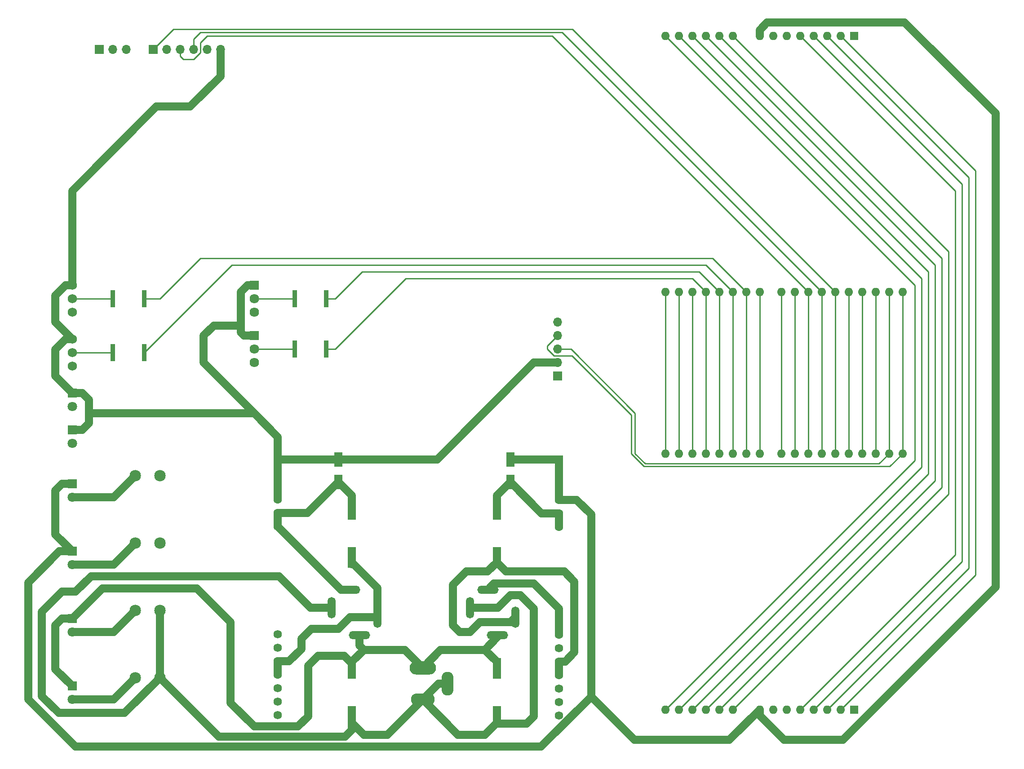
<source format=gtl>
G04 #@! TF.GenerationSoftware,KiCad,Pcbnew,7.0.9*
G04 #@! TF.CreationDate,2024-03-05T13:31:22-05:00*
G04 #@! TF.ProjectId,sleep_rig_pcb,736c6565-705f-4726-9967-5f7063622e6b,rev?*
G04 #@! TF.SameCoordinates,Original*
G04 #@! TF.FileFunction,Copper,L1,Top*
G04 #@! TF.FilePolarity,Positive*
%FSLAX46Y46*%
G04 Gerber Fmt 4.6, Leading zero omitted, Abs format (unit mm)*
G04 Created by KiCad (PCBNEW 7.0.9) date 2024-03-05 13:31:22*
%MOMM*%
%LPD*%
G01*
G04 APERTURE LIST*
G04 #@! TA.AperFunction,SMDPad,CuDef*
%ADD10R,1.600000X2.800000*%
G04 #@! TD*
G04 #@! TA.AperFunction,SMDPad,CuDef*
%ADD11R,1.498600X3.911600*%
G04 #@! TD*
G04 #@! TA.AperFunction,ComponentPad*
%ADD12R,1.590000X1.590000*%
G04 #@! TD*
G04 #@! TA.AperFunction,ComponentPad*
%ADD13C,1.590000*%
G04 #@! TD*
G04 #@! TA.AperFunction,ComponentPad*
%ADD14C,2.159000*%
G04 #@! TD*
G04 #@! TA.AperFunction,ComponentPad*
%ADD15R,1.800000X1.800000*%
G04 #@! TD*
G04 #@! TA.AperFunction,ComponentPad*
%ADD16C,1.800000*%
G04 #@! TD*
G04 #@! TA.AperFunction,SMDPad,CuDef*
%ADD17R,0.914400X3.251200*%
G04 #@! TD*
G04 #@! TA.AperFunction,ComponentPad*
%ADD18C,1.727200*%
G04 #@! TD*
G04 #@! TA.AperFunction,ComponentPad*
%ADD19R,1.785000X1.785000*%
G04 #@! TD*
G04 #@! TA.AperFunction,ComponentPad*
%ADD20C,1.785000*%
G04 #@! TD*
G04 #@! TA.AperFunction,ComponentPad*
%ADD21R,1.700000X1.700000*%
G04 #@! TD*
G04 #@! TA.AperFunction,ComponentPad*
%ADD22O,1.700000X1.700000*%
G04 #@! TD*
G04 #@! TA.AperFunction,SMDPad,CuDef*
%ADD23O,4.013200X1.498600*%
G04 #@! TD*
G04 #@! TA.AperFunction,SMDPad,CuDef*
%ADD24O,1.498600X4.013200*%
G04 #@! TD*
G04 #@! TA.AperFunction,ComponentPad*
%ADD25R,1.600000X1.600000*%
G04 #@! TD*
G04 #@! TA.AperFunction,ComponentPad*
%ADD26O,1.600000X1.600000*%
G04 #@! TD*
G04 #@! TA.AperFunction,ComponentPad*
%ADD27O,5.000000X2.500000*%
G04 #@! TD*
G04 #@! TA.AperFunction,ComponentPad*
%ADD28O,4.500000X2.250000*%
G04 #@! TD*
G04 #@! TA.AperFunction,ComponentPad*
%ADD29O,2.250000X4.500000*%
G04 #@! TD*
G04 #@! TA.AperFunction,Conductor*
%ADD30C,1.500000*%
G04 #@! TD*
G04 #@! TA.AperFunction,Conductor*
%ADD31C,0.250000*%
G04 #@! TD*
G04 APERTURE END LIST*
D10*
X110490000Y-106485000D03*
X110490000Y-110785000D03*
D11*
X80645000Y-145855000D03*
X80645000Y-154948200D03*
D12*
X119650000Y-106485000D03*
D13*
X119650000Y-109025000D03*
X119650000Y-111565000D03*
X119650000Y-114105000D03*
X119650000Y-116645000D03*
X119650000Y-119185000D03*
X119650000Y-139505000D03*
X119650000Y-142045000D03*
X119650000Y-144585000D03*
X119650000Y-147125000D03*
X119650000Y-149665000D03*
X119650000Y-152205000D03*
X119650000Y-154745000D03*
D14*
X44450000Y-109539999D03*
X39849999Y-109539999D03*
D15*
X27940000Y-123825000D03*
D16*
X27940000Y-126365000D03*
D17*
X41503600Y-86360000D03*
X35560000Y-86360000D03*
D14*
X44450000Y-134939999D03*
X39849999Y-134939999D03*
D11*
X80645000Y-125001600D03*
X80645000Y-115908400D03*
D17*
X75793600Y-85725000D03*
X69850000Y-85725000D03*
D18*
X27940000Y-83820000D03*
X27940000Y-86360000D03*
X27940000Y-88900000D03*
X27940000Y-73660000D03*
X27940000Y-76200000D03*
X27940000Y-78740000D03*
D15*
X27940000Y-149225000D03*
D16*
X27940000Y-151765000D03*
D19*
X62230000Y-83185000D03*
D20*
X62230000Y-85725000D03*
X62230000Y-88265000D03*
D21*
X33020000Y-29210000D03*
D22*
X35560000Y-29210000D03*
X38100000Y-29210000D03*
D15*
X27940000Y-100965000D03*
D16*
X27940000Y-103505000D03*
D11*
X107950000Y-145855000D03*
X107950000Y-154948200D03*
D17*
X41503600Y-76200000D03*
X35560000Y-76200000D03*
D23*
X82065622Y-139635810D03*
D24*
X85445600Y-136261420D03*
D23*
X80214978Y-131050610D03*
D24*
X76835000Y-134425000D03*
D14*
X44450000Y-122239999D03*
X39849999Y-122239999D03*
D25*
X175260000Y-153670000D03*
D26*
X172720000Y-153670000D03*
X170180000Y-153670000D03*
X167640000Y-153670000D03*
X165100000Y-153670000D03*
X162560000Y-153670000D03*
X160020000Y-153670000D03*
X157480000Y-153670000D03*
X152400000Y-153670000D03*
X149860000Y-153670000D03*
X147320000Y-153670000D03*
X144780000Y-153670000D03*
X142240000Y-153670000D03*
X139700000Y-153670000D03*
X139700000Y-105410000D03*
X142240000Y-105410000D03*
X144780000Y-105410000D03*
X147320000Y-105410000D03*
X149860000Y-105410000D03*
X152400000Y-105410000D03*
X154940000Y-105410000D03*
X157480000Y-105410000D03*
X161540000Y-105410000D03*
X164080000Y-105410000D03*
X166620000Y-105410000D03*
X169160000Y-105410000D03*
X171700000Y-105410000D03*
X174240000Y-105410000D03*
X176780000Y-105410000D03*
X179320000Y-105410000D03*
X181860000Y-105410000D03*
X184400000Y-105410000D03*
D14*
X44450000Y-147639999D03*
X39849999Y-147639999D03*
D11*
X107950000Y-125001600D03*
X107950000Y-115908400D03*
D21*
X43180000Y-29210000D03*
D22*
X45720000Y-29210000D03*
X48260000Y-29210000D03*
X50800000Y-29210000D03*
X53340000Y-29210000D03*
X55880000Y-29210000D03*
D12*
X66691000Y-106455500D03*
D13*
X66691000Y-108995500D03*
X66691000Y-111535500D03*
X66691000Y-114075500D03*
X66691000Y-116615500D03*
X66691000Y-119155500D03*
X66691000Y-139475500D03*
X66691000Y-142015500D03*
X66691000Y-144555500D03*
X66691000Y-147095500D03*
X66691000Y-149635500D03*
X66691000Y-152175500D03*
X66691000Y-154715500D03*
D15*
X27940000Y-93980000D03*
D16*
X27940000Y-96520000D03*
D25*
X175260000Y-26670000D03*
D26*
X172720000Y-26670000D03*
X170180000Y-26670000D03*
X167640000Y-26670000D03*
X165100000Y-26670000D03*
X162560000Y-26670000D03*
X160020000Y-26670000D03*
X157480000Y-26670000D03*
X152400000Y-26670000D03*
X149860000Y-26670000D03*
X147320000Y-26670000D03*
X144780000Y-26670000D03*
X142240000Y-26670000D03*
X139700000Y-26670000D03*
X139700000Y-74930000D03*
X142240000Y-74930000D03*
X144780000Y-74930000D03*
X147320000Y-74930000D03*
X149860000Y-74930000D03*
X152400000Y-74930000D03*
X154940000Y-74930000D03*
X157480000Y-74930000D03*
X161540000Y-74930000D03*
X164080000Y-74930000D03*
X166620000Y-74930000D03*
X169160000Y-74930000D03*
X171700000Y-74930000D03*
X174240000Y-74930000D03*
X176780000Y-74930000D03*
X179320000Y-74930000D03*
X181860000Y-74930000D03*
X184400000Y-74930000D03*
D17*
X75793600Y-76200000D03*
X69850000Y-76200000D03*
D15*
X27940000Y-136525000D03*
D16*
X27940000Y-139065000D03*
D10*
X78105000Y-106485000D03*
X78105000Y-110785000D03*
D27*
X93980000Y-145765000D03*
D28*
X93980000Y-151765000D03*
D29*
X98680000Y-148765000D03*
D15*
X27940000Y-111125000D03*
D16*
X27940000Y-113665000D03*
D23*
X108100622Y-139635810D03*
D24*
X111480600Y-136261420D03*
D23*
X106249978Y-131050610D03*
D24*
X102870000Y-134425000D03*
D21*
X119380000Y-90805000D03*
D22*
X119380000Y-88265000D03*
X119380000Y-85725000D03*
X119380000Y-83185000D03*
X119380000Y-80645000D03*
D19*
X62230000Y-73660000D03*
D20*
X62230000Y-76200000D03*
X62230000Y-78740000D03*
D30*
X52705000Y-83185000D02*
X54610000Y-81280000D01*
X54610000Y-81280000D02*
X59690000Y-81280000D01*
X52705000Y-88265000D02*
X52705000Y-83185000D01*
X62230000Y-97790000D02*
X52705000Y-88265000D01*
X52705000Y-97790000D02*
X62230000Y-97790000D01*
X73025000Y-138430000D02*
X71120000Y-140335000D01*
X71120000Y-140335000D02*
X71120000Y-142240000D01*
X31115000Y-97790000D02*
X52705000Y-97790000D01*
D31*
X198120000Y-52070000D02*
X172720000Y-26670000D01*
X198120000Y-128270000D02*
X198120000Y-52070000D01*
X172720000Y-153670000D02*
X198120000Y-128270000D01*
X170180000Y-153670000D02*
X196850000Y-127000000D01*
X196850000Y-53340000D02*
X170180000Y-26670000D01*
X196850000Y-127000000D02*
X196850000Y-53340000D01*
X167640000Y-26670000D02*
X195580000Y-54610000D01*
X195580000Y-54610000D02*
X195580000Y-125730000D01*
X195580000Y-125730000D02*
X167640000Y-153670000D01*
X165100000Y-153670000D02*
X194310000Y-124460000D01*
X194310000Y-55880000D02*
X165100000Y-26670000D01*
X194310000Y-124460000D02*
X194310000Y-55880000D01*
D30*
X119650000Y-134636000D02*
X119650000Y-139505000D01*
X78586110Y-131050610D02*
X80214978Y-131050610D01*
X66691000Y-116615500D02*
X66691000Y-119155500D01*
X114935000Y-129921000D02*
X119650000Y-134636000D01*
X66691000Y-116615500D02*
X72274500Y-116615500D01*
X107379588Y-129921000D02*
X114935000Y-129921000D01*
X80645000Y-113325000D02*
X80645000Y-115908400D01*
X107950000Y-113325000D02*
X107950000Y-115908400D01*
X72274500Y-116615500D02*
X78105000Y-110785000D01*
X116350000Y-116645000D02*
X119650000Y-116645000D01*
X110490000Y-110785000D02*
X107950000Y-113325000D01*
X66691000Y-119155500D02*
X78586110Y-131050610D01*
X119650000Y-119185000D02*
X119650000Y-116645000D01*
D31*
X176780000Y-74930000D02*
X176780000Y-105410000D01*
D30*
X106249978Y-131050610D02*
X107379588Y-129921000D01*
X110490000Y-110785000D02*
X116350000Y-116645000D01*
X78105000Y-110785000D02*
X80645000Y-113325000D01*
D31*
X193040000Y-113030000D02*
X152400000Y-153670000D01*
X193040000Y-67310000D02*
X193040000Y-113030000D01*
X152400000Y-26670000D02*
X193040000Y-67310000D01*
X149860000Y-153670000D02*
X191770000Y-111760000D01*
X191770000Y-68580000D02*
X149860000Y-26670000D01*
X191770000Y-111760000D02*
X191770000Y-68580000D01*
X190500000Y-110490000D02*
X147320000Y-153670000D01*
X147320000Y-26670000D02*
X190500000Y-69850000D01*
X190500000Y-69850000D02*
X190500000Y-110490000D01*
X189230000Y-71120000D02*
X144780000Y-26670000D01*
X189230000Y-109220000D02*
X189230000Y-71120000D01*
X144780000Y-153670000D02*
X189230000Y-109220000D01*
X187960000Y-72390000D02*
X187960000Y-107950000D01*
X142240000Y-26670000D02*
X187960000Y-72390000D01*
X187960000Y-107950000D02*
X142240000Y-153670000D01*
X139700000Y-153670000D02*
X186690000Y-106680000D01*
X186690000Y-73660000D02*
X139700000Y-26670000D01*
X186690000Y-106680000D02*
X186690000Y-73660000D01*
X139700000Y-74930000D02*
X139700000Y-105410000D01*
X142240000Y-74930000D02*
X142240000Y-105410000D01*
X144780000Y-74930000D02*
X144780000Y-105410000D01*
X75793600Y-85725000D02*
X77470000Y-85725000D01*
X144780000Y-72390000D02*
X147320000Y-74930000D01*
X77470000Y-85725000D02*
X90805000Y-72390000D01*
X147320000Y-74930000D02*
X147320000Y-105410000D01*
X90805000Y-72390000D02*
X144780000Y-72390000D01*
X77470000Y-76200000D02*
X82550000Y-71120000D01*
X146050000Y-71120000D02*
X149860000Y-74930000D01*
X83185000Y-71120000D02*
X146050000Y-71120000D01*
X149860000Y-74930000D02*
X149860000Y-105410000D01*
X82550000Y-71120000D02*
X83185000Y-71120000D01*
X75793600Y-76200000D02*
X77470000Y-76200000D01*
X147320000Y-69850000D02*
X152400000Y-74930000D01*
X152400000Y-74930000D02*
X152400000Y-105410000D01*
X41503600Y-86360000D02*
X58013600Y-69850000D01*
X58013600Y-69850000D02*
X147320000Y-69850000D01*
X148590000Y-68580000D02*
X154940000Y-74930000D01*
X52070000Y-68580000D02*
X148590000Y-68580000D01*
X44450000Y-76200000D02*
X52070000Y-68580000D01*
X41503600Y-76200000D02*
X44450000Y-76200000D01*
X154940000Y-74930000D02*
X154940000Y-105410000D01*
X157480000Y-74930000D02*
X157480000Y-105410000D01*
X161540000Y-74930000D02*
X161540000Y-105410000D01*
X164080000Y-74930000D02*
X164080000Y-105410000D01*
X50800000Y-31115000D02*
X48895000Y-31115000D01*
X48895000Y-31115000D02*
X48260000Y-30480000D01*
X53340000Y-26670000D02*
X52070000Y-27940000D01*
X166620000Y-74930000D02*
X118360000Y-26670000D01*
X52070000Y-29845000D02*
X50800000Y-31115000D01*
X52070000Y-27940000D02*
X52070000Y-29845000D01*
X118360000Y-26670000D02*
X53340000Y-26670000D01*
X166620000Y-74930000D02*
X166620000Y-105410000D01*
X48260000Y-30480000D02*
X48260000Y-29210000D01*
X169160000Y-74930000D02*
X120265000Y-26035000D01*
X120265000Y-26035000D02*
X52070000Y-26035000D01*
X169160000Y-74930000D02*
X169160000Y-105410000D01*
X50800000Y-27305000D02*
X50800000Y-29210000D01*
X52070000Y-26035000D02*
X50800000Y-27305000D01*
X122170000Y-25400000D02*
X171700000Y-74930000D01*
X46990000Y-25400000D02*
X122170000Y-25400000D01*
X43180000Y-29210000D02*
X46990000Y-25400000D01*
X171700000Y-74930000D02*
X171700000Y-105410000D01*
X174240000Y-74930000D02*
X174240000Y-105410000D01*
X179320000Y-74930000D02*
X179320000Y-105410000D01*
X133985000Y-105410000D02*
X135890000Y-107315000D01*
X121920000Y-85725000D02*
X133985000Y-97790000D01*
X133985000Y-97790000D02*
X133985000Y-105410000D01*
X119380000Y-85725000D02*
X121920000Y-85725000D01*
X135890000Y-107315000D02*
X179955000Y-107315000D01*
X179955000Y-107315000D02*
X181860000Y-105410000D01*
X181860000Y-74930000D02*
X181860000Y-105410000D01*
X135682894Y-107815000D02*
X133313947Y-105446053D01*
X117475000Y-85090000D02*
X119380000Y-83185000D01*
X184400000Y-105410000D02*
X181995000Y-107815000D01*
X118745000Y-86995000D02*
X117475000Y-85725000D01*
X117475000Y-85725000D02*
X117475000Y-85090000D01*
X133313947Y-105446053D02*
X133313947Y-98157741D01*
X184400000Y-74930000D02*
X184400000Y-105410000D01*
X133313947Y-98157741D02*
X122151206Y-86995000D01*
X181995000Y-107815000D02*
X135682894Y-107815000D01*
X122151206Y-86995000D02*
X118745000Y-86995000D01*
D30*
X33655000Y-130810000D02*
X51435000Y-130810000D01*
X93980000Y-145765000D02*
X90614200Y-142399200D01*
X82065622Y-139635810D02*
X82065622Y-141570522D01*
X80645000Y-144946740D02*
X80645000Y-145855000D01*
X51435000Y-130810000D02*
X57785000Y-137160000D01*
X90614200Y-142399200D02*
X82894300Y-142399200D01*
X105700700Y-142399200D02*
X107950000Y-144648500D01*
X82894300Y-142399200D02*
X80645000Y-144648500D01*
X24765000Y-137795000D02*
X26035000Y-136525000D01*
X57785000Y-152400000D02*
X62230000Y-156845000D01*
X93980000Y-145765000D02*
X97345800Y-142399200D01*
X108100622Y-139999278D02*
X105700700Y-142399200D01*
X26035000Y-136525000D02*
X27940000Y-136525000D01*
X82065622Y-141570522D02*
X82894300Y-142399200D01*
X70485000Y-156845000D02*
X72390000Y-154940000D01*
X107950000Y-144648500D02*
X107950000Y-145855000D01*
X24765000Y-146050000D02*
X24765000Y-137795000D01*
X74295000Y-143510000D02*
X79208260Y-143510000D01*
X79208260Y-143510000D02*
X80645000Y-144946740D01*
X27940000Y-136525000D02*
X33655000Y-130810000D01*
X72390000Y-154940000D02*
X72390000Y-145415000D01*
X72390000Y-145415000D02*
X74295000Y-143510000D01*
X62230000Y-156845000D02*
X70485000Y-156845000D01*
X27940000Y-149225000D02*
X24765000Y-146050000D01*
X97345800Y-142399200D02*
X105700700Y-142399200D01*
X57785000Y-137160000D02*
X57785000Y-152400000D01*
X80645000Y-144648500D02*
X80645000Y-145855000D01*
X108100622Y-139635810D02*
X108100622Y-139999278D01*
X22225000Y-135255000D02*
X22225000Y-151130000D01*
X44450000Y-147639999D02*
X55560001Y-158750000D01*
X108145000Y-134425000D02*
X102870000Y-134425000D01*
X80645000Y-157480000D02*
X80645000Y-154948200D01*
X105700700Y-158404000D02*
X107950000Y-156154700D01*
X93980000Y-151765000D02*
X87341000Y-158404000D01*
X108141200Y-156345900D02*
X113529100Y-156345900D01*
X107950000Y-156154700D02*
X108141200Y-156345900D01*
X114935000Y-134620000D02*
X112395000Y-132080000D01*
X107950000Y-156154700D02*
X107950000Y-154948200D01*
X98680000Y-148765000D02*
X96980000Y-148765000D01*
X28575000Y-131445000D02*
X26035000Y-131445000D01*
X26035000Y-131445000D02*
X22225000Y-135255000D01*
X113529100Y-156345900D02*
X114935000Y-154940000D01*
X93980000Y-151765000D02*
X100619000Y-158404000D01*
X80645000Y-156154700D02*
X80645000Y-154948200D01*
X79375000Y-158750000D02*
X80645000Y-157480000D01*
X80645000Y-154948200D02*
X80645000Y-155856460D01*
X72830000Y-134425000D02*
X66929000Y-128524000D01*
X112395000Y-132080000D02*
X110490000Y-132080000D01*
X31496000Y-128524000D02*
X28575000Y-131445000D01*
X25400000Y-154305000D02*
X37784999Y-154305000D01*
X114935000Y-154940000D02*
X114935000Y-134620000D01*
X55560001Y-158750000D02*
X79375000Y-158750000D01*
X66929000Y-128524000D02*
X31496000Y-128524000D01*
X44450000Y-134939999D02*
X44450000Y-147639999D01*
X37784999Y-154305000D02*
X44450000Y-147639999D01*
X22225000Y-151130000D02*
X25400000Y-154305000D01*
X87341000Y-158404000D02*
X82894300Y-158404000D01*
X110490000Y-132080000D02*
X108145000Y-134425000D01*
X76835000Y-134425000D02*
X72830000Y-134425000D01*
X82894300Y-158404000D02*
X80645000Y-156154700D01*
X100619000Y-158404000D02*
X105700700Y-158404000D01*
X96980000Y-148765000D02*
X93980000Y-151765000D01*
X39849999Y-122239999D02*
X35724998Y-126365000D01*
X35724998Y-126365000D02*
X27940000Y-126365000D01*
X66720500Y-106485000D02*
X66691000Y-106455500D01*
X24765000Y-75613686D02*
X26718686Y-73660000D01*
X59690000Y-74930000D02*
X60960000Y-73660000D01*
X24765000Y-90805000D02*
X27940000Y-93980000D01*
X31115000Y-99695000D02*
X31115000Y-97790000D01*
X50165000Y-40005000D02*
X55880000Y-34290000D01*
X27940000Y-73660000D02*
X27940000Y-55880000D01*
X31115000Y-95250000D02*
X29845000Y-93980000D01*
X66691000Y-108995500D02*
X66691000Y-111535500D01*
X27940000Y-83820000D02*
X24765000Y-80645000D01*
X27940000Y-100965000D02*
X29845000Y-100965000D01*
X78105000Y-106485000D02*
X66720500Y-106485000D01*
X59690000Y-81280000D02*
X59690000Y-74930000D01*
X114935000Y-88265000D02*
X119380000Y-88265000D01*
X55880000Y-34290000D02*
X55880000Y-29210000D01*
X27940000Y-83820000D02*
X26718686Y-83820000D01*
X66691000Y-111535500D02*
X66691000Y-114075500D01*
X62230000Y-97790000D02*
X66691000Y-102251000D01*
X29845000Y-93980000D02*
X27940000Y-93980000D01*
X24765000Y-80645000D02*
X24765000Y-75613686D01*
X26718686Y-73660000D02*
X27940000Y-73660000D01*
X29845000Y-100965000D02*
X31115000Y-99695000D01*
X66691000Y-106455500D02*
X66691000Y-108995500D01*
X60960000Y-73660000D02*
X62230000Y-73660000D01*
X59690000Y-82550000D02*
X60325000Y-83185000D01*
X60325000Y-83185000D02*
X62230000Y-83185000D01*
X43815000Y-40005000D02*
X50165000Y-40005000D01*
X59690000Y-81280000D02*
X59690000Y-82550000D01*
X96715000Y-106485000D02*
X114935000Y-88265000D01*
X24765000Y-85773686D02*
X24765000Y-90805000D01*
X66691000Y-102251000D02*
X66691000Y-106455500D01*
X78105000Y-106485000D02*
X96715000Y-106485000D01*
X27940000Y-55880000D02*
X43815000Y-40005000D01*
X31115000Y-97790000D02*
X31115000Y-95250000D01*
X26718686Y-83820000D02*
X24765000Y-85773686D01*
X39849999Y-109539999D02*
X35724998Y-113665000D01*
X35724998Y-113665000D02*
X27940000Y-113665000D01*
X39849999Y-147639999D02*
X35724998Y-151765000D01*
X35724998Y-151765000D02*
X27940000Y-151765000D01*
X39849999Y-134939999D02*
X35724998Y-139065000D01*
X35724998Y-139065000D02*
X27940000Y-139065000D01*
X68804500Y-144555500D02*
X66691000Y-144555500D01*
X71120000Y-142240000D02*
X68804500Y-144555500D01*
X85445600Y-130710460D02*
X80645000Y-125909860D01*
X73025000Y-138430000D02*
X78105000Y-138430000D01*
X80645000Y-125909860D02*
X80645000Y-125001600D01*
X80645000Y-125001600D02*
X80645000Y-126208100D01*
X78105000Y-138430000D02*
X80273580Y-136261420D01*
X85445600Y-136261420D02*
X85445600Y-130710460D01*
X66691000Y-144555500D02*
X66691000Y-147095500D01*
X80273580Y-136261420D02*
X85445600Y-136261420D01*
X110582020Y-137160000D02*
X104775000Y-137160000D01*
X99695000Y-130175000D02*
X102235000Y-127635000D01*
X99695000Y-137795000D02*
X99695000Y-130175000D01*
X100965000Y-139065000D02*
X99695000Y-137795000D01*
X106224860Y-127635000D02*
X107950000Y-125909860D01*
X119650000Y-144585000D02*
X119650000Y-147125000D01*
X107950000Y-125909860D02*
X109675140Y-127635000D01*
X102870000Y-139065000D02*
X100965000Y-139065000D01*
X122555000Y-129540000D02*
X122555000Y-142875000D01*
X122555000Y-142875000D02*
X120845000Y-144585000D01*
X102235000Y-127635000D02*
X106224860Y-127635000D01*
X111480600Y-136261420D02*
X110582020Y-137160000D01*
X120845000Y-144585000D02*
X119650000Y-144585000D01*
X107950000Y-125909860D02*
X107950000Y-125001600D01*
X104775000Y-137160000D02*
X102870000Y-139065000D01*
X109675140Y-127635000D02*
X120650000Y-127635000D01*
X120650000Y-127635000D02*
X122555000Y-129540000D01*
D31*
X62230000Y-85725000D02*
X69850000Y-85725000D01*
D30*
X119650000Y-106485000D02*
X119650000Y-109025000D01*
X24765000Y-112395000D02*
X26035000Y-111125000D01*
X157480000Y-153670000D02*
X157480000Y-154801370D01*
X122995000Y-114105000D02*
X119650000Y-114105000D01*
X24765000Y-120650000D02*
X24765000Y-112395000D01*
X119650000Y-111565000D02*
X119650000Y-114105000D01*
X157480000Y-154801370D02*
X162063630Y-159385000D01*
X157480000Y-25538630D02*
X157480000Y-26670000D01*
X110490000Y-106485000D02*
X119650000Y-106485000D01*
X27940000Y-123825000D02*
X25540000Y-123825000D01*
X19685000Y-151765000D02*
X28575000Y-160655000D01*
X133911486Y-159385000D02*
X151765000Y-159385000D01*
X158888630Y-24130000D02*
X157480000Y-25538630D01*
X119650000Y-109025000D02*
X119650000Y-111565000D01*
X25540000Y-123825000D02*
X19685000Y-129680000D01*
X162063630Y-159385000D02*
X173145000Y-159385000D01*
X125730000Y-151203514D02*
X125730000Y-116840000D01*
X184785000Y-24130000D02*
X158888630Y-24130000D01*
X201930000Y-130600000D02*
X201930000Y-41275000D01*
X201930000Y-41275000D02*
X184785000Y-24130000D01*
X125730000Y-116840000D02*
X122995000Y-114105000D01*
X116278514Y-160655000D02*
X125730000Y-151203514D01*
X26035000Y-111125000D02*
X27940000Y-111125000D01*
X151765000Y-159385000D02*
X157480000Y-153670000D01*
X28575000Y-160655000D02*
X116278514Y-160655000D01*
X19685000Y-129680000D02*
X19685000Y-151765000D01*
X27940000Y-123825000D02*
X24765000Y-120650000D01*
X173145000Y-159385000D02*
X201930000Y-130600000D01*
X125730000Y-151203514D02*
X133911486Y-159385000D01*
D31*
X62230000Y-76200000D02*
X69850000Y-76200000D01*
X27940000Y-86360000D02*
X35560000Y-86360000D01*
X27940000Y-76200000D02*
X35560000Y-76200000D01*
M02*

</source>
